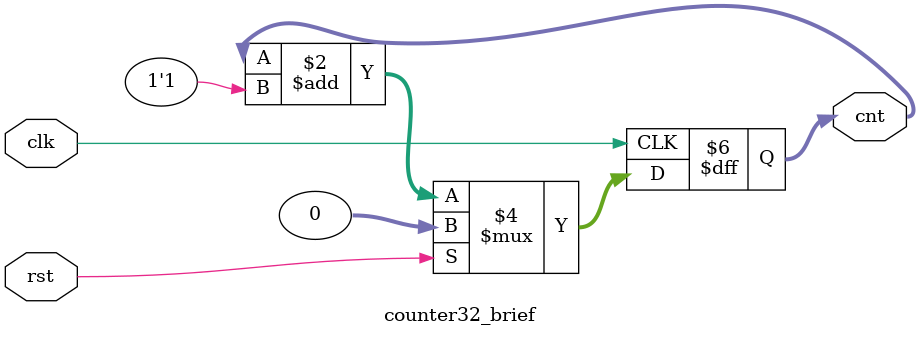
<source format=sv>
module counter32_brief
(
    input               clk,
    input               rst,
    output logic [31:0] cnt
);

    always_ff @ (posedge clk)
        if (rst)
            cnt <= '0;
        else
            cnt <= cnt + 1'd1;

endmodule

</source>
